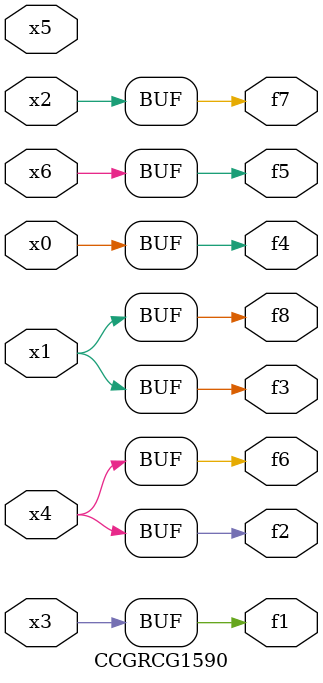
<source format=v>
module CCGRCG1590(
	input x0, x1, x2, x3, x4, x5, x6,
	output f1, f2, f3, f4, f5, f6, f7, f8
);
	assign f1 = x3;
	assign f2 = x4;
	assign f3 = x1;
	assign f4 = x0;
	assign f5 = x6;
	assign f6 = x4;
	assign f7 = x2;
	assign f8 = x1;
endmodule

</source>
